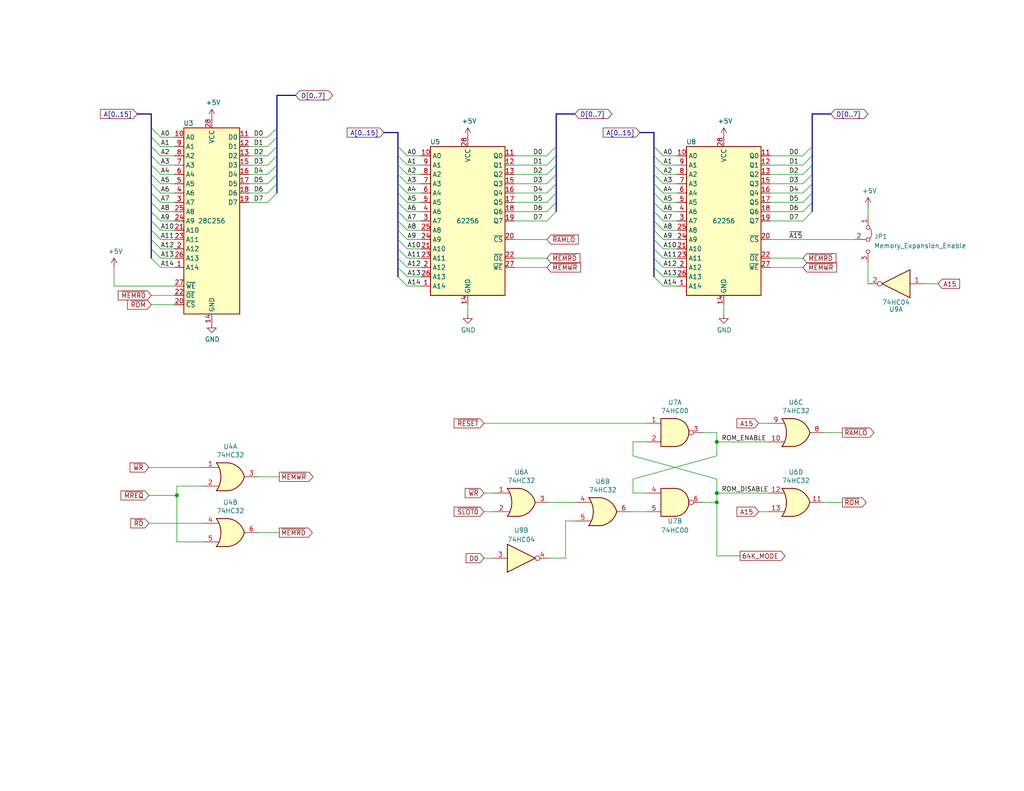
<source format=kicad_sch>
(kicad_sch (version 20230121) (generator eeschema)
  (paper "A")
  (title_block (date "2023-06-06") (rev "C"))
  (lib_symbols
    (symbol "74xx:74HC04"
      (property "Reference" "U" (at 0 1.27 0))
      (property "Value" "74HC04" (at 0 -1.27 0))
      (symbol "74HC04_1_0"
        (polyline (pts (xy -3.81 3.81) (xy -3.81 -3.81) (xy 3.81 0) (xy -3.81 3.81)) (stroke (width 0.254)) (fill (type background)))
        (pin input line (at -7.62 0 0) (length 3.81) (name "~") (number "1"))
        (pin output inverted (at 7.62 0 180) (length 3.81) (name "~") (number "2"))
      )
      (symbol "74HC04_2_0"
        (polyline (pts (xy -3.81 3.81) (xy -3.81 -3.81) (xy 3.81 0) (xy -3.81 3.81)) (stroke (width 0.254)) (fill (type background)))
        (pin input line (at -7.62 0 0) (length 3.81) (name "~") (number "3"))
        (pin output inverted (at 7.62 0 180) (length 3.81) (name "~") (number "4"))
      )
      (symbol "74HC04_3_0"
        (polyline (pts (xy -3.81 3.81) (xy -3.81 -3.81) (xy 3.81 0) (xy -3.81 3.81)) (stroke (width 0.254)) (fill (type background)))
        (pin input line (at -7.62 0 0) (length 3.81) (name "~") (number "5"))
        (pin output inverted (at 7.62 0 180) (length 3.81) (name "~") (number "6"))
      )
      (symbol "74HC04_4_0"
        (polyline (pts (xy -3.81 3.81) (xy -3.81 -3.81) (xy 3.81 0) (xy -3.81 3.81)) (stroke (width 0.254)) (fill (type background)))
        (pin output inverted (at 7.62 0 180) (length 3.81) (name "~") (number "8"))
        (pin input line (at -7.62 0 0) (length 3.81) (name "~") (number "9"))
      )
      (symbol "74HC04_5_0"
        (polyline (pts (xy -3.81 3.81) (xy -3.81 -3.81) (xy 3.81 0) (xy -3.81 3.81)) (stroke (width 0.254)) (fill (type background)))
        (pin output inverted (at 7.62 0 180) (length 3.81) (name "~") (number "10"))
        (pin input line (at -7.62 0 0) (length 3.81) (name "~") (number "11"))
      )
      (symbol "74HC04_6_0"
        (polyline (pts (xy -3.81 3.81) (xy -3.81 -3.81) (xy 3.81 0) (xy -3.81 3.81)) (stroke (width 0.254)) (fill (type background)))
        (pin output inverted (at 7.62 0 180) (length 3.81) (name "~") (number "12"))
        (pin input line (at -7.62 0 0) (length 3.81) (name "~") (number "13"))
      )
      (symbol "74HC04_7_0"
        (pin power_in line (at 0 12.7 270) (length 5.08) (name "VCC") (number "14"))
        (pin power_in line (at 0 -12.7 90) (length 5.08) (name "GND") (number "7"))
      )
      (symbol "74HC04_7_1"
        (rectangle (start -5.08 7.62) (end 5.08 -7.62) (stroke (width 0.254)) (fill (type background)))
      )
    )
    (symbol "74xx:74LS00" (pin_names (offset 1.016))
      (property "Reference" "U" (at 0 1.27 0))
      (property "Value" "74LS00" (at 0 -1.27 0))
      (symbol "74LS00_1_1"
        (arc (start 0 -3.81) (mid 3.7934 0) (end 0 3.81) (stroke (width 0.254)) (fill (type background)))
        (polyline (pts (xy 0 3.81) (xy -3.81 3.81) (xy -3.81 -3.81) (xy 0 -3.81)) (stroke (width 0.254)) (fill (type background)))
        (pin input line (at -7.62 2.54 0) (length 3.81) (name "~") (number "1"))
        (pin input line (at -7.62 -2.54 0) (length 3.81) (name "~") (number "2"))
        (pin output inverted (at 7.62 0 180) (length 3.81) (name "~") (number "3"))
      )
      (symbol "74LS00_1_2"
        (arc (start -3.81 -3.81) (mid -2.589 0) (end -3.81 3.81) (stroke (width 0.254)))
        (arc (start -0.6096 -3.81) (mid 2.1842 -2.5851) (end 3.81 0) (stroke (width 0.254)) (fill (type background)))
        (polyline (pts (xy -3.81 -3.81) (xy -0.635 -3.81)) (stroke (width 0.254)) (fill (type background)))
        (polyline (pts (xy -3.81 3.81) (xy -0.635 3.81)) (stroke (width 0.254)) (fill (type background)))
        (polyline (pts (xy -0.635 3.81) (xy -3.81 3.81) (xy -3.81 3.81) (xy -3.556 3.4036) (xy -3.0226 2.2606) (xy -2.6924 1.0414) (xy -2.6162 -0.254) (xy -2.7686 -1.4986) (xy -3.175 -2.7178) (xy -3.81 -3.81) (xy -3.81 -3.81) (xy -0.635 -3.81)) (stroke (width -25.4)) (fill (type background)))
        (arc (start 3.81 0) (mid 2.1915 2.5936) (end -0.6096 3.81) (stroke (width 0.254)) (fill (type background)))
        (pin input inverted (at -7.62 2.54 0) (length 4.318) (name "~") (number "1"))
        (pin input inverted (at -7.62 -2.54 0) (length 4.318) (name "~") (number "2"))
        (pin output line (at 7.62 0 180) (length 3.81) (name "~") (number "3"))
      )
      (symbol "74LS00_2_1"
        (arc (start 0 -3.81) (mid 3.7934 0) (end 0 3.81) (stroke (width 0.254)) (fill (type background)))
        (polyline (pts (xy 0 3.81) (xy -3.81 3.81) (xy -3.81 -3.81) (xy 0 -3.81)) (stroke (width 0.254)) (fill (type background)))
        (pin input line (at -7.62 2.54 0) (length 3.81) (name "~") (number "4"))
        (pin input line (at -7.62 -2.54 0) (length 3.81) (name "~") (number "5"))
        (pin output inverted (at 7.62 0 180) (length 3.81) (name "~") (number "6"))
      )
      (symbol "74LS00_2_2"
        (arc (start -3.81 -3.81) (mid -2.589 0) (end -3.81 3.81) (stroke (width 0.254)))
        (arc (start -0.6096 -3.81) (mid 2.1842 -2.5851) (end 3.81 0) (stroke (width 0.254)) (fill (type background)))
        (polyline (pts (xy -3.81 -3.81) (xy -0.635 -3.81)) (stroke (width 0.254)) (fill (type background)))
        (polyline (pts (xy -3.81 3.81) (xy -0.635 3.81)) (stroke (width 0.254)) (fill (type background)))
        (polyline (pts (xy -0.635 3.81) (xy -3.81 3.81) (xy -3.81 3.81) (xy -3.556 3.4036) (xy -3.0226 2.2606) (xy -2.6924 1.0414) (xy -2.6162 -0.254) (xy -2.7686 -1.4986) (xy -3.175 -2.7178) (xy -3.81 -3.81) (xy -3.81 -3.81) (xy -0.635 -3.81)) (stroke (width -25.4)) (fill (type background)))
        (arc (start 3.81 0) (mid 2.1915 2.5936) (end -0.6096 3.81) (stroke (width 0.254)) (fill (type background)))
        (pin input inverted (at -7.62 2.54 0) (length 4.318) (name "~") (number "4"))
        (pin input inverted (at -7.62 -2.54 0) (length 4.318) (name "~") (number "5"))
        (pin output line (at 7.62 0 180) (length 3.81) (name "~") (number "6"))
      )
      (symbol "74LS00_3_1"
        (arc (start 0 -3.81) (mid 3.7934 0) (end 0 3.81) (stroke (width 0.254)) (fill (type background)))
        (polyline (pts (xy 0 3.81) (xy -3.81 3.81) (xy -3.81 -3.81) (xy 0 -3.81)) (stroke (width 0.254)) (fill (type background)))
        (pin input line (at -7.62 -2.54 0) (length 3.81) (name "~") (number "10"))
        (pin output inverted (at 7.62 0 180) (length 3.81) (name "~") (number "8"))
        (pin input line (at -7.62 2.54 0) (length 3.81) (name "~") (number "9"))
      )
      (symbol "74LS00_3_2"
        (arc (start -3.81 -3.81) (mid -2.589 0) (end -3.81 3.81) (stroke (width 0.254)))
        (arc (start -0.6096 -3.81) (mid 2.1842 -2.5851) (end 3.81 0) (stroke (width 0.254)) (fill (type background)))
        (polyline (pts (xy -3.81 -3.81) (xy -0.635 -3.81)) (stroke (width 0.254)) (fill (type background)))
        (polyline (pts (xy -3.81 3.81) (xy -0.635 3.81)) (stroke (width 0.254)) (fill (type background)))
        (polyline (pts (xy -0.635 3.81) (xy -3.81 3.81) (xy -3.81 3.81) (xy -3.556 3.4036) (xy -3.0226 2.2606) (xy -2.6924 1.0414) (xy -2.6162 -0.254) (xy -2.7686 -1.4986) (xy -3.175 -2.7178) (xy -3.81 -3.81) (xy -3.81 -3.81) (xy -0.635 -3.81)) (stroke (width -25.4)) (fill (type background)))
        (arc (start 3.81 0) (mid 2.1915 2.5936) (end -0.6096 3.81) (stroke (width 0.254)) (fill (type background)))
        (pin input inverted (at -7.62 -2.54 0) (length 4.318) (name "~") (number "10"))
        (pin output line (at 7.62 0 180) (length 3.81) (name "~") (number "8"))
        (pin input inverted (at -7.62 2.54 0) (length 4.318) (name "~") (number "9"))
      )
      (symbol "74LS00_4_1"
        (arc (start 0 -3.81) (mid 3.7934 0) (end 0 3.81) (stroke (width 0.254)) (fill (type background)))
        (polyline (pts (xy 0 3.81) (xy -3.81 3.81) (xy -3.81 -3.81) (xy 0 -3.81)) (stroke (width 0.254)) (fill (type background)))
        (pin output inverted (at 7.62 0 180) (length 3.81) (name "~") (number "11"))
        (pin input line (at -7.62 2.54 0) (length 3.81) (name "~") (number "12"))
        (pin input line (at -7.62 -2.54 0) (length 3.81) (name "~") (number "13"))
      )
      (symbol "74LS00_4_2"
        (arc (start -3.81 -3.81) (mid -2.589 0) (end -3.81 3.81) (stroke (width 0.254)))
        (arc (start -0.6096 -3.81) (mid 2.1842 -2.5851) (end 3.81 0) (stroke (width 0.254)) (fill (type background)))
        (polyline (pts (xy -3.81 -3.81) (xy -0.635 -3.81)) (stroke (width 0.254)) (fill (type background)))
        (polyline (pts (xy -3.81 3.81) (xy -0.635 3.81)) (stroke (width 0.254)) (fill (type background)))
        (polyline (pts (xy -0.635 3.81) (xy -3.81 3.81) (xy -3.81 3.81) (xy -3.556 3.4036) (xy -3.0226 2.2606) (xy -2.6924 1.0414) (xy -2.6162 -0.254) (xy -2.7686 -1.4986) (xy -3.175 -2.7178) (xy -3.81 -3.81) (xy -3.81 -3.81) (xy -0.635 -3.81)) (stroke (width -25.4)) (fill (type background)))
        (arc (start 3.81 0) (mid 2.1915 2.5936) (end -0.6096 3.81) (stroke (width 0.254)) (fill (type background)))
        (pin output line (at 7.62 0 180) (length 3.81) (name "~") (number "11"))
        (pin input inverted (at -7.62 2.54 0) (length 4.318) (name "~") (number "12"))
        (pin input inverted (at -7.62 -2.54 0) (length 4.318) (name "~") (number "13"))
      )
      (symbol "74LS00_5_0"
        (pin power_in line (at 0 12.7 270) (length 5.08) (name "VCC") (number "14"))
        (pin power_in line (at 0 -12.7 90) (length 5.08) (name "GND") (number "7"))
      )
      (symbol "74LS00_5_1"
        (rectangle (start -5.08 7.62) (end 5.08 -7.62) (stroke (width 0.254)) (fill (type background)))
      )
    )
    (symbol "74xx:74LS32" (pin_names (offset 1.016))
      (property "Reference" "U" (at 0 1.27 0))
      (property "Value" "74LS32" (at 0 -1.27 0))
      (symbol "74LS32_1_1"
        (arc (start -3.81 -3.81) (mid -2.589 0) (end -3.81 3.81) (stroke (width 0.254)))
        (arc (start -0.6096 -3.81) (mid 2.1842 -2.5851) (end 3.81 0) (stroke (width 0.254)) (fill (type background)))
        (polyline (pts (xy -3.81 -3.81) (xy -0.635 -3.81)) (stroke (width 0.254)) (fill (type background)))
        (polyline (pts (xy -3.81 3.81) (xy -0.635 3.81)) (stroke (width 0.254)) (fill (type background)))
        (polyline (pts (xy -0.635 3.81) (xy -3.81 3.81) (xy -3.81 3.81) (xy -3.556 3.4036) (xy -3.0226 2.2606) (xy -2.6924 1.0414) (xy -2.6162 -0.254) (xy -2.7686 -1.4986) (xy -3.175 -2.7178) (xy -3.81 -3.81) (xy -3.81 -3.81) (xy -0.635 -3.81)) (stroke (width -25.4)) (fill (type background)))
        (arc (start 3.81 0) (mid 2.1915 2.5936) (end -0.6096 3.81) (stroke (width 0.254)) (fill (type background)))
        (pin input line (at -7.62 2.54 0) (length 4.318) (name "~") (number "1"))
        (pin input line (at -7.62 -2.54 0) (length 4.318) (name "~") (number "2"))
        (pin output line (at 7.62 0 180) (length 3.81) (name "~") (number "3"))
      )
      (symbol "74LS32_1_2"
        (arc (start 0 -3.81) (mid 3.7934 0) (end 0 3.81) (stroke (width 0.254)) (fill (type background)))
        (polyline (pts (xy 0 3.81) (xy -3.81 3.81) (xy -3.81 -3.81) (xy 0 -3.81)) (stroke (width 0.254)) (fill (type background)))
        (pin input inverted (at -7.62 2.54 0) (length 3.81) (name "~") (number "1"))
        (pin input inverted (at -7.62 -2.54 0) (length 3.81) (name "~") (number "2"))
        (pin output inverted (at 7.62 0 180) (length 3.81) (name "~") (number "3"))
      )
      (symbol "74LS32_2_1"
        (arc (start -3.81 -3.81) (mid -2.589 0) (end -3.81 3.81) (stroke (width 0.254)))
        (arc (start -0.6096 -3.81) (mid 2.1842 -2.5851) (end 3.81 0) (stroke (width 0.254)) (fill (type background)))
        (polyline (pts (xy -3.81 -3.81) (xy -0.635 -3.81)) (stroke (width 0.254)) (fill (type background)))
        (polyline (pts (xy -3.81 3.81) (xy -0.635 3.81)) (stroke (width 0.254)) (fill (type background)))
        (polyline (pts (xy -0.635 3.81) (xy -3.81 3.81) (xy -3.81 3.81) (xy -3.556 3.4036) (xy -3.0226 2.2606) (xy -2.6924 1.0414) (xy -2.6162 -0.254) (xy -2.7686 -1.4986) (xy -3.175 -2.7178) (xy -3.81 -3.81) (xy -3.81 -3.81) (xy -0.635 -3.81)) (stroke (width -25.4)) (fill (type background)))
        (arc (start 3.81 0) (mid 2.1915 2.5936) (end -0.6096 3.81) (stroke (width 0.254)) (fill (type background)))
        (pin input line (at -7.62 2.54 0) (length 4.318) (name "~") (number "4"))
        (pin input line (at -7.62 -2.54 0) (length 4.318) (name "~") (number "5"))
        (pin output line (at 7.62 0 180) (length 3.81) (name "~") (number "6"))
      )
      (symbol "74LS32_2_2"
        (arc (start 0 -3.81) (mid 3.7934 0) (end 0 3.81) (stroke (width 0.254)) (fill (type background)))
        (polyline (pts (xy 0 3.81) (xy -3.81 3.81) (xy -3.81 -3.81) (xy 0 -3.81)) (stroke (width 0.254)) (fill (type background)))
        (pin input inverted (at -7.62 2.54 0) (length 3.81) (name "~") (number "4"))
        (pin input inverted (at -7.62 -2.54 0) (length 3.81) (name "~") (number "5"))
        (pin output inverted (at 7.62 0 180) (length 3.81) (name "~") (number "6"))
      )
      (symbol "74LS32_3_1"
        (arc (start -3.81 -3.81) (mid -2.589 0) (end -3.81 3.81) (stroke (width 0.254)))
        (arc (start -0.6096 -3.81) (mid 2.1842 -2.5851) (end 3.81 0) (stroke (width 0.254)) (fill (type background)))
        (polyline (pts (xy -3.81 -3.81) (xy -0.635 -3.81)) (stroke (width 0.254)) (fill (type background)))
        (polyline (pts (xy -3.81 3.81) (xy -0.635 3.81)) (stroke (width 0.254)) (fill (type background)))
        (polyline (pts (xy -0.635 3.81) (xy -3.81 3.81) (xy -3.81 3.81) (xy -3.556 3.4036) (xy -3.0226 2.2606) (xy -2.6924 1.0414) (xy -2.6162 -0.254) (xy -2.7686 -1.4986) (xy -3.175 -2.7178) (xy -3.81 -3.81) (xy -3.81 -3.81) (xy -0.635 -3.81)) (stroke (width -25.4)) (fill (type background)))
        (arc (start 3.81 0) (mid 2.1915 2.5936) (end -0.6096 3.81) (stroke (width 0.254)) (fill (type background)))
        (pin input line (at -7.62 -2.54 0) (length 4.318) (name "~") (number "10"))
        (pin output line (at 7.62 0 180) (length 3.81) (name "~") (number "8"))
        (pin input line (at -7.62 2.54 0) (length 4.318) (name "~") (number "9"))
      )
      (symbol "74LS32_3_2"
        (arc (start 0 -3.81) (mid 3.7934 0) (end 0 3.81) (stroke (width 0.254)) (fill (type background)))
        (polyline (pts (xy 0 3.81) (xy -3.81 3.81) (xy -3.81 -3.81) (xy 0 -3.81)) (stroke (width 0.254)) (fill (type background)))
        (pin input inverted (at -7.62 -2.54 0) (length 3.81) (name "~") (number "10"))
        (pin output inverted (at 7.62 0 180) (length 3.81) (name "~") (number "8"))
        (pin input inverted (at -7.62 2.54 0) (length 3.81) (name "~") (number "9"))
      )
      (symbol "74LS32_4_1"
        (arc (start -3.81 -3.81) (mid -2.589 0) (end -3.81 3.81) (stroke (width 0.254)))
        (arc (start -0.6096 -3.81) (mid 2.1842 -2.5851) (end 3.81 0) (stroke (width 0.254)) (fill (type background)))
        (polyline (pts (xy -3.81 -3.81) (xy -0.635 -3.81)) (stroke (width 0.254)) (fill (type background)))
        (polyline (pts (xy -3.81 3.81) (xy -0.635 3.81)) (stroke (width 0.254)) (fill (type background)))
        (polyline (pts (xy -0.635 3.81) (xy -3.81 3.81) (xy -3.81 3.81) (xy -3.556 3.4036) (xy -3.0226 2.2606) (xy -2.6924 1.0414) (xy -2.6162 -0.254) (xy -2.7686 -1.4986) (xy -3.175 -2.7178) (xy -3.81 -3.81) (xy -3.81 -3.81) (xy -0.635 -3.81)) (stroke (width -25.4)) (fill (type background)))
        (arc (start 3.81 0) (mid 2.1915 2.5936) (end -0.6096 3.81) (stroke (width 0.254)) (fill (type background)))
        (pin output line (at 7.62 0 180) (length 3.81) (name "~") (number "11"))
        (pin input line (at -7.62 2.54 0) (length 4.318) (name "~") (number "12"))
        (pin input line (at -7.62 -2.54 0) (length 4.318) (name "~") (number "13"))
      )
      (symbol "74LS32_4_2"
        (arc (start 0 -3.81) (mid 3.7934 0) (end 0 3.81) (stroke (width 0.254)) (fill (type background)))
        (polyline (pts (xy 0 3.81) (xy -3.81 3.81) (xy -3.81 -3.81) (xy 0 -3.81)) (stroke (width 0.254)) (fill (type background)))
        (pin output inverted (at 7.62 0 180) (length 3.81) (name "~") (number "11"))
        (pin input inverted (at -7.62 2.54 0) (length 3.81) (name "~") (number "12"))
        (pin input inverted (at -7.62 -2.54 0) (length 3.81) (name "~") (number "13"))
      )
      (symbol "74LS32_5_0"
        (pin power_in line (at 0 12.7 270) (length 5.08) (name "VCC") (number "14"))
        (pin power_in line (at 0 -12.7 90) (length 5.08) (name "GND") (number "7"))
      )
      (symbol "74LS32_5_1"
        (rectangle (start -5.08 7.62) (end 5.08 -7.62) (stroke (width 0.254)) (fill (type background)))
      )
    )
    (symbol "Jumper:Jumper_3_Bridged12" (pin_names (offset 0) hide)
      (property "Reference" "JP" (at -2.54 -2.54 0))
      (property "Value" "Jumper_3_Bridged12" (at 0 2.794 0))
      (symbol "Jumper_3_Bridged12_0_0"
        (circle (center -3.302 0) (radius 0.508))
        (circle (center 0 0) (radius 0.508))
        (circle (center 3.302 0) (radius 0.508))
      )
      (symbol "Jumper_3_Bridged12_0_1"
        (arc (start -0.254 0.508) (mid -1.651 0.9912) (end -3.048 0.508))
        (polyline (pts (xy 0 -1.27) (xy 0 -0.508)))
      )
      (symbol "Jumper_3_Bridged12_1_1"
        (pin passive line (at -6.35 0 0) (length 2.54) (name "A") (number "1"))
        (pin passive line (at 0 -3.81 90) (length 2.54) (name "C") (number "2"))
        (pin passive line (at 6.35 0 180) (length 2.54) (name "B") (number "3"))
      )
    )
    (symbol "Memory_EEPROM:28C256"
      (property "Reference" "U" (at -7.62 26.67 0))
      (property "Value" "28C256" (at 2.54 -26.67 0))
      (symbol "28C256_1_1"
        (rectangle (start -7.62 25.4) (end 7.62 -25.4) (stroke (width 0.254)) (fill (type background)))
        (pin input line (at -10.16 -12.7 0) (length 2.54) (name "A14") (number "1"))
        (pin input line (at -10.16 22.86 0) (length 2.54) (name "A0") (number "10"))
        (pin tri_state line (at 10.16 22.86 180) (length 2.54) (name "D0") (number "11"))
        (pin tri_state line (at 10.16 20.32 180) (length 2.54) (name "D1") (number "12"))
        (pin tri_state line (at 10.16 17.78 180) (length 2.54) (name "D2") (number "13"))
        (pin power_in line (at 0 -27.94 90) (length 2.54) (name "GND") (number "14"))
        (pin tri_state line (at 10.16 15.24 180) (length 2.54) (name "D3") (number "15"))
        (pin tri_state line (at 10.16 12.7 180) (length 2.54) (name "D4") (number "16"))
        (pin tri_state line (at 10.16 10.16 180) (length 2.54) (name "D5") (number "17"))
        (pin tri_state line (at 10.16 7.62 180) (length 2.54) (name "D6") (number "18"))
        (pin tri_state line (at 10.16 5.08 180) (length 2.54) (name "D7") (number "19"))
        (pin input line (at -10.16 -7.62 0) (length 2.54) (name "A12") (number "2"))
        (pin input line (at -10.16 -22.86 0) (length 2.54) (name "~{CS}") (number "20"))
        (pin input line (at -10.16 -2.54 0) (length 2.54) (name "A10") (number "21"))
        (pin input line (at -10.16 -20.32 0) (length 2.54) (name "~{OE}") (number "22"))
        (pin input line (at -10.16 -5.08 0) (length 2.54) (name "A11") (number "23"))
        (pin input line (at -10.16 0 0) (length 2.54) (name "A9") (number "24"))
        (pin input line (at -10.16 2.54 0) (length 2.54) (name "A8") (number "25"))
        (pin input line (at -10.16 -10.16 0) (length 2.54) (name "A13") (number "26"))
        (pin input line (at -10.16 -17.78 0) (length 2.54) (name "~{WE}") (number "27"))
        (pin power_in line (at 0 27.94 270) (length 2.54) (name "VCC") (number "28"))
        (pin input line (at -10.16 5.08 0) (length 2.54) (name "A7") (number "3"))
        (pin input line (at -10.16 7.62 0) (length 2.54) (name "A6") (number "4"))
        (pin input line (at -10.16 10.16 0) (length 2.54) (name "A5") (number "5"))
        (pin input line (at -10.16 12.7 0) (length 2.54) (name "A4") (number "6"))
        (pin input line (at -10.16 15.24 0) (length 2.54) (name "A3") (number "7"))
        (pin input line (at -10.16 17.78 0) (length 2.54) (name "A2") (number "8"))
        (pin input line (at -10.16 20.32 0) (length 2.54) (name "A1") (number "9"))
      )
    )
    (symbol "Memory_RAM:KM62256CLP"
      (property "Reference" "U" (at -10.16 20.955 0))
      (property "Value" "KM62256CLP" (at 2.54 20.955 0))
      (symbol "KM62256CLP_0_0"
        (pin power_in line (at 0 -22.86 90) (length 2.54) (name "GND") (number "14"))
        (pin power_in line (at 0 22.86 270) (length 2.54) (name "VCC") (number "28"))
      )
      (symbol "KM62256CLP_0_1"
        (rectangle (start -10.16 20.32) (end 10.16 -20.32) (stroke (width 0.254)) (fill (type background)))
      )
      (symbol "KM62256CLP_1_1"
        (pin input line (at -12.7 -17.78 0) (length 2.54) (name "A14") (number "1"))
        (pin input line (at -12.7 17.78 0) (length 2.54) (name "A0") (number "10"))
        (pin tri_state line (at 12.7 17.78 180) (length 2.54) (name "Q0") (number "11"))
        (pin tri_state line (at 12.7 15.24 180) (length 2.54) (name "Q1") (number "12"))
        (pin tri_state line (at 12.7 12.7 180) (length 2.54) (name "Q2") (number "13"))
        (pin tri_state line (at 12.7 10.16 180) (length 2.54) (name "Q3") (number "15"))
        (pin tri_state line (at 12.7 7.62 180) (length 2.54) (name "Q4") (number "16"))
        (pin tri_state line (at 12.7 5.08 180) (length 2.54) (name "Q5") (number "17"))
        (pin tri_state line (at 12.7 2.54 180) (length 2.54) (name "Q6") (number "18"))
        (pin tri_state line (at 12.7 0 180) (length 2.54) (name "Q7") (number "19"))
        (pin input line (at -12.7 -12.7 0) (length 2.54) (name "A12") (number "2"))
        (pin input line (at 12.7 -5.08 180) (length 2.54) (name "~{CS}") (number "20"))
        (pin input line (at -12.7 -7.62 0) (length 2.54) (name "A10") (number "21"))
        (pin input line (at 12.7 -10.16 180) (length 2.54) (name "~{OE}") (number "22"))
        (pin input line (at -12.7 -10.16 0) (length 2.54) (name "A11") (number "23"))
        (pin input line (at -12.7 -5.08 0) (length 2.54) (name "A9") (number "24"))
        (pin input line (at -12.7 -2.54 0) (length 2.54) (name "A8") (number "25"))
        (pin input line (at -12.7 -15.24 0) (length 2.54) (name "A13") (number "26"))
        (pin input line (at 12.7 -12.7 180) (length 2.54) (name "~{WE}") (number "27"))
        (pin input line (at -12.7 0 0) (length 2.54) (name "A7") (number "3"))
        (pin input line (at -12.7 2.54 0) (length 2.54) (name "A6") (number "4"))
        (pin input line (at -12.7 5.08 0) (length 2.54) (name "A5") (number "5"))
        (pin input line (at -12.7 7.62 0) (length 2.54) (name "A4") (number "6"))
        (pin input line (at -12.7 10.16 0) (length 2.54) (name "A3") (number "7"))
        (pin input line (at -12.7 12.7 0) (length 2.54) (name "A2") (number "8"))
        (pin input line (at -12.7 15.24 0) (length 2.54) (name "A1") (number "9"))
      )
    )
    (symbol "power:+5V" (power) (pin_names (offset 0))
      (property "Value" "+5V" (at 0 3.556 0))
      (symbol "+5V_0_1"
        (polyline (pts (xy -0.762 1.27) (xy 0 2.54)))
        (polyline (pts (xy 0 0) (xy 0 2.54)))
        (polyline (pts (xy 0 2.54) (xy 0.762 1.27)))
      )
      (symbol "+5V_1_1"
        (pin power_in line (at 0 0 90) (length 0) hide (name "+5V") (number "1"))
      )
    )
    (symbol "power:GND" (power) (pin_names (offset 0))
      (property "Value" "GND" (at 0 -3.81 0))
      (symbol "GND_0_1"
        (polyline (pts (xy 0 0) (xy 0 -1.27) (xy 1.27 -1.27) (xy 0 -2.54) (xy -1.27 -1.27) (xy 0 -1.27)))
      )
      (symbol "GND_1_1"
        (pin power_in line (at 0 0 270) (length 0) hide (name "GND") (number "1"))
      )
    )
  )
  (junction (at 195.58 120.65))
  (junction (at 48.26 135.255))
  (junction (at 195.58 137.16))
  (junction (at 195.58 134.62))
  (bus_entry (at 151.765 57.785) (size -2.54 2.54))
  (bus_entry (at 178.435 75.565) (size 2.54 2.54))
  (bus_entry (at 41.275 50.165) (size 2.54 2.54))
  (bus_entry (at 108.585 57.785) (size 2.54 2.54))
  (bus_entry (at 178.435 52.705) (size 2.54 2.54))
  (bus_entry (at 221.615 50.165) (size -2.54 2.54))
  (bus_entry (at 41.275 67.945) (size 2.54 2.54))
  (bus_entry (at 75.565 50.165) (size -2.54 2.54))
  (bus_entry (at 108.585 65.405) (size 2.54 2.54))
  (bus_entry (at 151.765 50.165) (size -2.54 2.54))
  (bus_entry (at 108.585 40.005) (size 2.54 2.54))
  (bus_entry (at 108.585 62.865) (size 2.54 2.54))
  (bus_entry (at 108.585 67.945) (size 2.54 2.54))
  (bus_entry (at 75.565 40.005) (size -2.54 2.54))
  (bus_entry (at 178.435 45.085) (size 2.54 2.54))
  (bus_entry (at 75.565 42.545) (size -2.54 2.54))
  (bus_entry (at 41.275 52.705) (size 2.54 2.54))
  (bus_entry (at 151.765 52.705) (size -2.54 2.54))
  (bus_entry (at 151.765 40.005) (size -2.54 2.54))
  (bus_entry (at 108.585 50.165) (size 2.54 2.54))
  (bus_entry (at 178.435 62.865) (size 2.54 2.54))
  (bus_entry (at 178.435 42.545) (size 2.54 2.54))
  (bus_entry (at 108.585 70.485) (size 2.54 2.54))
  (bus_entry (at 41.275 65.405) (size 2.54 2.54))
  (bus_entry (at 75.565 52.705) (size -2.54 2.54))
  (bus_entry (at 221.615 55.245) (size -2.54 2.54))
  (bus_entry (at 178.435 55.245) (size 2.54 2.54))
  (bus_entry (at 221.615 57.785) (size -2.54 2.54))
  (bus_entry (at 41.275 34.925) (size 2.54 2.54))
  (bus_entry (at 75.565 37.465) (size -2.54 2.54))
  (bus_entry (at 41.275 45.085) (size 2.54 2.54))
  (bus_entry (at 108.585 42.545) (size 2.54 2.54))
  (bus_entry (at 108.585 55.245) (size 2.54 2.54))
  (bus_entry (at 178.435 65.405) (size 2.54 2.54))
  (bus_entry (at 151.765 42.545) (size -2.54 2.54))
  (bus_entry (at 151.765 47.625) (size -2.54 2.54))
  (bus_entry (at 41.275 42.545) (size 2.54 2.54))
  (bus_entry (at 108.585 52.705) (size 2.54 2.54))
  (bus_entry (at 221.615 47.625) (size -2.54 2.54))
  (bus_entry (at 41.275 57.785) (size 2.54 2.54))
  (bus_entry (at 221.615 52.705) (size -2.54 2.54))
  (bus_entry (at 41.275 55.245) (size 2.54 2.54))
  (bus_entry (at 178.435 60.325) (size 2.54 2.54))
  (bus_entry (at 178.435 50.165) (size 2.54 2.54))
  (bus_entry (at 108.585 60.325) (size 2.54 2.54))
  (bus_entry (at 108.585 45.085) (size 2.54 2.54))
  (bus_entry (at 41.275 40.005) (size 2.54 2.54))
  (bus_entry (at 178.435 70.485) (size 2.54 2.54))
  (bus_entry (at 41.275 70.485) (size 2.54 2.54))
  (bus_entry (at 41.275 37.465) (size 2.54 2.54))
  (bus_entry (at 108.585 47.625) (size 2.54 2.54))
  (bus_entry (at 108.585 75.565) (size 2.54 2.54))
  (bus_entry (at 75.565 45.085) (size -2.54 2.54))
  (bus_entry (at 178.435 73.025) (size 2.54 2.54))
  (bus_entry (at 108.585 73.025) (size 2.54 2.54))
  (bus_entry (at 151.765 55.245) (size -2.54 2.54))
  (bus_entry (at 75.565 34.925) (size -2.54 2.54))
  (bus_entry (at 221.615 40.005) (size -2.54 2.54))
  (bus_entry (at 151.765 45.085) (size -2.54 2.54))
  (bus_entry (at 178.435 67.945) (size 2.54 2.54))
  (bus_entry (at 75.565 47.625) (size -2.54 2.54))
  (bus_entry (at 41.275 60.325) (size 2.54 2.54))
  (bus_entry (at 178.435 47.625) (size 2.54 2.54))
  (bus_entry (at 178.435 40.005) (size 2.54 2.54))
  (bus_entry (at 41.275 47.625) (size 2.54 2.54))
  (bus_entry (at 178.435 57.785) (size 2.54 2.54))
  (bus_entry (at 41.275 62.865) (size 2.54 2.54))
  (bus_entry (at 221.615 45.085) (size -2.54 2.54))
  (bus_entry (at 221.615 42.545) (size -2.54 2.54))
  (wire (pts (xy 255.905 77.47) (xy 252.095 77.47)))
  (wire (pts (xy 210.185 57.785) (xy 219.075 57.785)))
  (wire (pts (xy 154.305 152.4) (xy 149.86 152.4)))
  (wire (pts (xy 140.335 42.545) (xy 149.225 42.545)))
  (wire (pts (xy 176.53 134.62) (xy 172.72 134.62)))
  (bus (pts (xy 108.585 65.405) (xy 108.585 67.945)))
  (wire (pts (xy 195.58 134.62) (xy 195.58 130.81)))
  (bus (pts (xy 108.585 67.945) (xy 108.585 70.485)))
  (bus (pts (xy 108.585 50.165) (xy 108.585 52.705)))
  (wire (pts (xy 40.64 127.635) (xy 55.245 127.635)))
  (bus (pts (xy 75.565 37.465) (xy 75.565 40.005)))
  (bus (pts (xy 178.435 45.085) (xy 178.435 47.625)))
  (bus (pts (xy 75.565 50.165) (xy 75.565 52.705)))
  (wire (pts (xy 184.785 60.325) (xy 180.975 60.325)))
  (bus (pts (xy 221.615 55.245) (xy 221.615 57.785)))
  (wire (pts (xy 195.58 151.765) (xy 201.93 151.765)))
  (bus (pts (xy 178.435 62.865) (xy 178.435 65.405)))
  (bus (pts (xy 151.765 42.545) (xy 151.765 45.085)))
  (wire (pts (xy 184.785 50.165) (xy 180.975 50.165)))
  (bus (pts (xy 41.275 42.545) (xy 41.275 45.085)))
  (bus (pts (xy 221.615 31.115) (xy 226.695 31.115)))
  (wire (pts (xy 224.79 118.11) (xy 229.87 118.11)))
  (wire (pts (xy 195.58 120.65) (xy 195.58 124.46)))
  (wire (pts (xy 184.785 67.945) (xy 180.975 67.945)))
  (wire (pts (xy 140.335 70.485) (xy 149.225 70.485)))
  (wire (pts (xy 184.785 70.485) (xy 180.975 70.485)))
  (wire (pts (xy 47.625 65.405) (xy 43.815 65.405)))
  (wire (pts (xy 114.935 52.705) (xy 111.125 52.705)))
  (wire (pts (xy 47.625 80.645) (xy 41.275 80.645)))
  (wire (pts (xy 140.335 45.085) (xy 149.225 45.085)))
  (wire (pts (xy 184.785 45.085) (xy 180.975 45.085)))
  (bus (pts (xy 75.565 26.035) (xy 75.565 34.925)))
  (bus (pts (xy 41.275 60.325) (xy 41.275 62.865)))
  (bus (pts (xy 178.435 60.325) (xy 178.435 62.865)))
  (bus (pts (xy 75.565 42.545) (xy 75.565 45.085)))
  (bus (pts (xy 108.585 57.785) (xy 108.585 60.325)))
  (wire (pts (xy 140.335 50.165) (xy 149.225 50.165)))
  (wire (pts (xy 210.185 60.325) (xy 219.075 60.325)))
  (wire (pts (xy 47.625 47.625) (xy 43.815 47.625)))
  (wire (pts (xy 184.785 62.865) (xy 180.975 62.865)))
  (wire (pts (xy 184.785 42.545) (xy 180.975 42.545)))
  (bus (pts (xy 108.585 36.195) (xy 108.585 40.005)))
  (wire (pts (xy 184.785 73.025) (xy 180.975 73.025)))
  (bus (pts (xy 41.275 50.165) (xy 41.275 52.705)))
  (wire (pts (xy 70.485 145.415) (xy 76.2 145.415)))
  (wire (pts (xy 210.185 73.025) (xy 219.075 73.025)))
  (bus (pts (xy 75.565 45.085) (xy 75.565 47.625)))
  (wire (pts (xy 132.08 152.4) (xy 134.62 152.4)))
  (wire (pts (xy 114.935 78.105) (xy 111.125 78.105)))
  (wire (pts (xy 195.58 124.46) (xy 172.72 130.81)))
  (bus (pts (xy 41.275 57.785) (xy 41.275 60.325)))
  (wire (pts (xy 114.935 47.625) (xy 111.125 47.625)))
  (wire (pts (xy 114.935 75.565) (xy 111.125 75.565)))
  (bus (pts (xy 108.585 55.245) (xy 108.585 57.785)))
  (wire (pts (xy 210.185 47.625) (xy 219.075 47.625)))
  (bus (pts (xy 151.765 45.085) (xy 151.765 47.625)))
  (wire (pts (xy 195.58 137.16) (xy 195.58 134.62)))
  (wire (pts (xy 236.855 77.47) (xy 236.855 71.755)))
  (wire (pts (xy 195.58 120.65) (xy 209.55 120.65)))
  (bus (pts (xy 178.435 57.785) (xy 178.435 60.325)))
  (bus (pts (xy 108.585 45.085) (xy 108.585 47.625)))
  (bus (pts (xy 75.565 47.625) (xy 75.565 50.165)))
  (wire (pts (xy 47.625 73.025) (xy 43.815 73.025)))
  (wire (pts (xy 140.335 55.245) (xy 149.225 55.245)))
  (bus (pts (xy 41.275 45.085) (xy 41.275 47.625)))
  (wire (pts (xy 140.335 52.705) (xy 149.225 52.705)))
  (bus (pts (xy 41.275 31.115) (xy 37.465 31.115)))
  (wire (pts (xy 184.785 52.705) (xy 180.975 52.705)))
  (wire (pts (xy 195.58 118.11) (xy 195.58 120.65)))
  (wire (pts (xy 191.77 118.11) (xy 195.58 118.11)))
  (wire (pts (xy 176.53 120.65) (xy 172.72 120.65)))
  (bus (pts (xy 151.765 31.115) (xy 151.765 40.005)))
  (wire (pts (xy 207.01 115.57) (xy 209.55 115.57)))
  (wire (pts (xy 67.945 42.545) (xy 73.025 42.545)))
  (bus (pts (xy 41.275 37.465) (xy 41.275 40.005)))
  (wire (pts (xy 172.085 139.7) (xy 176.53 139.7)))
  (bus (pts (xy 221.615 52.705) (xy 221.615 55.245)))
  (wire (pts (xy 236.855 56.515) (xy 236.855 59.055)))
  (wire (pts (xy 114.935 73.025) (xy 111.125 73.025)))
  (bus (pts (xy 41.275 67.945) (xy 41.275 70.485)))
  (bus (pts (xy 178.435 50.165) (xy 178.435 52.705)))
  (wire (pts (xy 114.935 62.865) (xy 111.125 62.865)))
  (bus (pts (xy 108.585 62.865) (xy 108.585 65.405)))
  (bus (pts (xy 41.275 34.925) (xy 41.275 37.465)))
  (wire (pts (xy 114.935 45.085) (xy 111.125 45.085)))
  (bus (pts (xy 151.765 55.245) (xy 151.765 57.785)))
  (wire (pts (xy 48.26 135.255) (xy 48.26 147.955)))
  (wire (pts (xy 47.625 37.465) (xy 43.815 37.465)))
  (bus (pts (xy 178.435 67.945) (xy 178.435 70.485)))
  (bus (pts (xy 151.765 40.005) (xy 151.765 42.545)))
  (bus (pts (xy 178.435 73.025) (xy 178.435 75.565)))
  (bus (pts (xy 75.565 40.005) (xy 75.565 42.545)))
  (wire (pts (xy 47.625 62.865) (xy 43.815 62.865)))
  (wire (pts (xy 172.72 134.62) (xy 172.72 130.81)))
  (bus (pts (xy 41.275 65.405) (xy 41.275 67.945)))
  (wire (pts (xy 114.935 50.165) (xy 111.125 50.165)))
  (bus (pts (xy 108.585 52.705) (xy 108.585 55.245)))
  (bus (pts (xy 41.275 62.865) (xy 41.275 65.405)))
  (wire (pts (xy 67.945 47.625) (xy 73.025 47.625)))
  (wire (pts (xy 47.625 67.945) (xy 43.815 67.945)))
  (bus (pts (xy 108.585 36.195) (xy 104.775 36.195)))
  (wire (pts (xy 67.945 55.245) (xy 73.025 55.245)))
  (wire (pts (xy 114.935 67.945) (xy 111.125 67.945)))
  (bus (pts (xy 221.615 42.545) (xy 221.615 45.085)))
  (bus (pts (xy 41.275 47.625) (xy 41.275 50.165)))
  (bus (pts (xy 75.565 26.035) (xy 80.645 26.035)))
  (bus (pts (xy 178.435 70.485) (xy 178.435 73.025)))
  (wire (pts (xy 197.485 83.185) (xy 197.485 85.725)))
  (wire (pts (xy 140.335 47.625) (xy 149.225 47.625)))
  (wire (pts (xy 184.785 65.405) (xy 180.975 65.405)))
  (bus (pts (xy 221.615 50.165) (xy 221.615 52.705)))
  (bus (pts (xy 178.435 47.625) (xy 178.435 50.165)))
  (wire (pts (xy 210.185 45.085) (xy 219.075 45.085)))
  (bus (pts (xy 178.435 42.545) (xy 178.435 45.085)))
  (bus (pts (xy 221.615 45.085) (xy 221.615 47.625)))
  (wire (pts (xy 48.26 132.715) (xy 55.245 132.715)))
  (bus (pts (xy 108.585 40.005) (xy 108.585 42.545)))
  (bus (pts (xy 108.585 47.625) (xy 108.585 50.165)))
  (wire (pts (xy 210.185 55.245) (xy 219.075 55.245)))
  (wire (pts (xy 67.945 45.085) (xy 73.025 45.085)))
  (wire (pts (xy 40.64 135.255) (xy 48.26 135.255)))
  (bus (pts (xy 41.275 40.005) (xy 41.275 42.545)))
  (wire (pts (xy 114.935 65.405) (xy 111.125 65.405)))
  (wire (pts (xy 48.26 132.715) (xy 48.26 135.255)))
  (wire (pts (xy 140.335 57.785) (xy 149.225 57.785)))
  (wire (pts (xy 67.945 50.165) (xy 73.025 50.165)))
  (wire (pts (xy 47.625 78.105) (xy 31.115 78.105)))
  (wire (pts (xy 207.01 139.7) (xy 209.55 139.7)))
  (wire (pts (xy 149.225 65.405) (xy 140.335 65.405)))
  (wire (pts (xy 154.305 142.24) (xy 156.845 142.24)))
  (bus (pts (xy 178.435 40.005) (xy 178.435 42.545)))
  (wire (pts (xy 195.58 137.16) (xy 195.58 151.765)))
  (wire (pts (xy 47.625 42.545) (xy 43.815 42.545)))
  (wire (pts (xy 47.625 40.005) (xy 43.815 40.005)))
  (bus (pts (xy 108.585 42.545) (xy 108.585 45.085)))
  (wire (pts (xy 132.08 139.7) (xy 134.62 139.7)))
  (wire (pts (xy 47.625 55.245) (xy 43.815 55.245)))
  (wire (pts (xy 224.79 137.16) (xy 229.87 137.16)))
  (bus (pts (xy 151.765 52.705) (xy 151.765 55.245)))
  (wire (pts (xy 140.335 60.325) (xy 149.225 60.325)))
  (wire (pts (xy 191.77 137.16) (xy 195.58 137.16)))
  (bus (pts (xy 108.585 70.485) (xy 108.585 73.025)))
  (wire (pts (xy 47.625 57.785) (xy 43.815 57.785)))
  (wire (pts (xy 210.185 70.485) (xy 219.075 70.485)))
  (bus (pts (xy 221.615 40.005) (xy 221.615 42.545)))
  (wire (pts (xy 172.72 124.46) (xy 195.58 130.81)))
  (wire (pts (xy 67.945 37.465) (xy 73.025 37.465)))
  (bus (pts (xy 151.765 50.165) (xy 151.765 52.705)))
  (wire (pts (xy 184.785 75.565) (xy 180.975 75.565)))
  (wire (pts (xy 31.115 73.025) (xy 31.115 78.105)))
  (bus (pts (xy 221.615 47.625) (xy 221.615 50.165)))
  (bus (pts (xy 151.765 31.115) (xy 156.845 31.115)))
  (wire (pts (xy 210.185 42.545) (xy 219.075 42.545)))
  (bus (pts (xy 41.275 55.245) (xy 41.275 57.785)))
  (wire (pts (xy 184.785 57.785) (xy 180.975 57.785)))
  (wire (pts (xy 47.625 52.705) (xy 43.815 52.705)))
  (wire (pts (xy 114.935 55.245) (xy 111.125 55.245)))
  (wire (pts (xy 47.625 70.485) (xy 43.815 70.485)))
  (bus (pts (xy 108.585 60.325) (xy 108.585 62.865)))
  (wire (pts (xy 40.64 142.875) (xy 55.245 142.875)))
  (wire (pts (xy 154.305 142.24) (xy 154.305 152.4)))
  (wire (pts (xy 114.935 60.325) (xy 111.125 60.325)))
  (wire (pts (xy 41.275 83.185) (xy 47.625 83.185)))
  (wire (pts (xy 184.785 78.105) (xy 180.975 78.105)))
  (wire (pts (xy 67.945 52.705) (xy 73.025 52.705)))
  (wire (pts (xy 132.08 134.62) (xy 134.62 134.62)))
  (wire (pts (xy 70.485 130.175) (xy 76.2 130.175)))
  (wire (pts (xy 210.185 52.705) (xy 219.075 52.705)))
  (bus (pts (xy 151.765 47.625) (xy 151.765 50.165)))
  (bus (pts (xy 178.435 36.195) (xy 178.435 40.005)))
  (wire (pts (xy 114.935 42.545) (xy 111.125 42.545)))
  (bus (pts (xy 178.435 65.405) (xy 178.435 67.945)))
  (bus (pts (xy 41.275 31.115) (xy 41.275 34.925)))
  (wire (pts (xy 172.72 120.65) (xy 172.72 124.46)))
  (bus (pts (xy 178.435 36.195) (xy 174.625 36.195)))
  (wire (pts (xy 47.625 60.325) (xy 43.815 60.325)))
  (wire (pts (xy 47.625 50.165) (xy 43.815 50.165)))
  (wire (pts (xy 114.935 70.485) (xy 111.125 70.485)))
  (wire (pts (xy 127.635 83.185) (xy 127.635 85.725)))
  (wire (pts (xy 209.55 134.62) (xy 195.58 134.62)))
  (wire (pts (xy 48.26 147.955) (xy 55.245 147.955)))
  (wire (pts (xy 210.185 50.165) (xy 219.075 50.165)))
  (bus (pts (xy 178.435 52.705) (xy 178.435 55.245)))
  (wire (pts (xy 184.785 55.245) (xy 180.975 55.245)))
  (wire (pts (xy 114.935 57.785) (xy 111.125 57.785)))
  (bus (pts (xy 178.435 55.245) (xy 178.435 57.785)))
  (bus (pts (xy 108.585 73.025) (xy 108.585 75.565)))
  (bus (pts (xy 221.615 31.115) (xy 221.615 40.005)))
  (bus (pts (xy 75.565 34.925) (xy 75.565 37.465)))
  (wire (pts (xy 184.785 47.625) (xy 180.975 47.625)))
  (bus (pts (xy 41.275 52.705) (xy 41.275 55.245)))
  (wire (pts (xy 132.08 115.57) (xy 176.53 115.57)))
  (wire (pts (xy 47.625 45.085) (xy 43.815 45.085)))
  (wire (pts (xy 149.86 137.16) (xy 156.845 137.16)))
  (wire (pts (xy 67.945 40.005) (xy 73.025 40.005)))
  (wire (pts (xy 140.335 73.025) (xy 149.225 73.025)))
  (wire (pts (xy 210.185 65.405) (xy 233.045 65.405)))
  (label "ROM_ENABLE" (at 196.85 120.65 0))
  (label "D5" (at 69.215 50.165 0))
  (label "A2" (at 111.125 47.625 0))
  (label "A7" (at 111.125 60.325 0))
  (label "A1" (at 43.815 40.005 0))
  (label "D5" (at 145.415 55.245 0))
  (label "A1" (at 111.125 45.085 0))
  (label "A11" (at 180.975 70.485 0))
  (label "D5" (at 215.265 55.245 0))
  (label "D3" (at 69.215 45.085 0))
  (label "D7" (at 69.215 55.245 0))
  (label "D2" (at 145.415 47.625 0))
  (label "D6" (at 215.265 57.785 0))
  (label "A13" (at 43.815 70.485 0))
  (label "D4" (at 69.215 47.625 0))
  (label "A13" (at 180.975 75.565 0))
  (label "A4" (at 43.815 47.625 0))
  (label "A9" (at 180.975 65.405 0))
  (label "A4" (at 180.975 52.705 0))
  (label "A11" (at 43.815 65.405 0))
  (label "A6" (at 180.975 57.785 0))
  (label "A8" (at 180.975 62.865 0))
  (label "A5" (at 43.815 50.165 0))
  (label "A3" (at 43.815 45.085 0))
  (label "D1" (at 215.265 45.085 0))
  (label "ROM_DISABLE" (at 196.85 134.62 0))
  (label "A12" (at 180.975 73.025 0))
  (label "A10" (at 180.975 67.945 0))
  (label "A8" (at 111.125 62.865 0))
  (label "A1" (at 180.975 45.085 0))
  (label "A14" (at 43.815 73.025 0))
  (label "A5" (at 111.125 55.245 0))
  (label "A9" (at 111.125 65.405 0))
  (label "A4" (at 111.125 52.705 0))
  (label "D1" (at 69.215 40.005 0))
  (label "D0" (at 215.265 42.545 0))
  (label "A14" (at 111.125 78.105 0))
  (label "A3" (at 111.125 50.165 0))
  (label "A10" (at 111.125 67.945 0))
  (label "D4" (at 145.415 52.705 0))
  (label "A3" (at 180.975 50.165 0))
  (label "D6" (at 69.215 52.705 0))
  (label "D7" (at 215.265 60.325 0))
  (label "D0" (at 145.415 42.545 0))
  (label "A11" (at 111.125 70.485 0))
  (label "D4" (at 215.265 52.705 0))
  (label "A2" (at 43.815 42.545 0))
  (label "D1" (at 145.415 45.085 0))
  (label "A0" (at 43.815 37.465 0))
  (label "D2" (at 215.265 47.625 0))
  (label "D6" (at 145.415 57.785 0))
  (label "A8" (at 43.815 57.785 0))
  (label "A7" (at 43.815 55.245 0))
  (label "D7" (at 145.415 60.325 0))
  (label "A13" (at 111.125 75.565 0))
  (label "A14" (at 180.975 78.105 0))
  (label "D3" (at 145.415 50.165 0))
  (label "~{A15}" (at 215.265 65.405 0))
  (label "A12" (at 111.125 73.025 0))
  (label "A6" (at 43.815 52.705 0))
  (label "A0" (at 180.975 42.545 0))
  (label "D2" (at 69.215 42.545 0))
  (label "A5" (at 180.975 55.245 0))
  (label "A2" (at 180.975 47.625 0))
  (label "A9" (at 43.815 60.325 0))
  (label "A6" (at 111.125 57.785 0))
  (label "A10" (at 43.815 62.865 0))
  (label "A7" (at 180.975 60.325 0))
  (label "D3" (at 215.265 50.165 0))
  (label "A12" (at 43.815 67.945 0))
  (label "D0" (at 69.215 37.465 0))
  (label "A0" (at 111.125 42.545 0))
  (global_label "A[0..15]" (shape input) (at 104.775 36.195 180) (property "Intersheetrefs" "${INTERSHEET_REFS}" (effects hide)))
  (global_label "~{MEMRD}" (shape output) (at 76.2 145.415 0) (property "Intersheetrefs" "${INTERSHEET_REFS}" (effects hide)))
  (global_label "D[0..7]" (shape bidirectional) (at 156.845 31.115 0) (property "Intersheetrefs" "${INTERSHEET_REFS}" (effects hide)))
  (global_label "~{ROM}" (shape input) (at 41.275 83.185 180) (property "Intersheetrefs" "${INTERSHEET_REFS}" (effects hide)))
  (global_label "~{MEMRD}" (shape input) (at 41.275 80.645 180) (property "Intersheetrefs" "${INTERSHEET_REFS}" (effects hide)))
  (global_label "~{WR}" (shape input) (at 40.64 127.635 180) (property "Intersheetrefs" "${INTERSHEET_REFS}" (effects hide)))
  (global_label "~{MEMWR}" (shape input) (at 219.075 73.025 0) (property "Intersheetrefs" "${INTERSHEET_REFS}" (effects hide)))
  (global_label "~{RESET}" (shape input) (at 132.08 115.57 180) (property "Intersheetrefs" "${INTERSHEET_REFS}" (effects hide)))
  (global_label "A15" (shape input) (at 207.01 139.7 180) (property "Intersheetrefs" "${INTERSHEET_REFS}" (effects hide)))
  (global_label "~{MEMRD}" (shape input) (at 219.075 70.485 0) (property "Intersheetrefs" "${INTERSHEET_REFS}" (effects hide)))
  (global_label "~{MEMWR}" (shape input) (at 149.225 73.025 0) (property "Intersheetrefs" "${INTERSHEET_REFS}" (effects hide)))
  (global_label "D0" (shape input) (at 132.08 152.4 180) (property "Intersheetrefs" "${INTERSHEET_REFS}" (effects hide)))
  (global_label "A[0..15]" (shape input) (at 37.465 31.115 180) (property "Intersheetrefs" "${INTERSHEET_REFS}" (effects hide)))
  (global_label "D[0..7]" (shape bidirectional) (at 226.695 31.115 0) (property "Intersheetrefs" "${INTERSHEET_REFS}" (effects hide)))
  (global_label "~{SLOT0}" (shape input) (at 132.08 139.7 180) (property "Intersheetrefs" "${INTERSHEET_REFS}" (effects hide)))
  (global_label "D[0..7]" (shape bidirectional) (at 80.645 26.035 0) (property "Intersheetrefs" "${INTERSHEET_REFS}" (effects hide)))
  (global_label "A[0..15]" (shape input) (at 174.625 36.195 180) (property "Intersheetrefs" "${INTERSHEET_REFS}" (effects hide)))
  (global_label "~{ROM}" (shape output) (at 229.87 137.16 0) (property "Intersheetrefs" "${INTERSHEET_REFS}" (effects hide)))
  (global_label "~{RAMLO}" (shape output) (at 229.87 118.11 0) (property "Intersheetrefs" "${INTERSHEET_REFS}" (effects hide)))
  (global_label "~{WR}" (shape input) (at 132.08 134.62 180) (property "Intersheetrefs" "${INTERSHEET_REFS}" (effects hide)))
  (global_label "A15" (shape input) (at 207.01 115.57 180) (property "Intersheetrefs" "${INTERSHEET_REFS}" (effects hide)))
  (global_label "~{MREQ}" (shape input) (at 40.64 135.255 180) (property "Intersheetrefs" "${INTERSHEET_REFS}" (effects hide)))
  (global_label "~{RAMLO}" (shape input) (at 149.225 65.405 0) (property "Intersheetrefs" "${INTERSHEET_REFS}" (effects hide)))
  (global_label "~{MEMRD}" (shape input) (at 149.225 70.485 0) (property "Intersheetrefs" "${INTERSHEET_REFS}" (effects hide)))
  (global_label "64K_MODE" (shape output) (at 201.93 151.765 0) (property "Intersheetrefs" "${INTERSHEET_REFS}" (effects hide)))
  (global_label "A15" (shape input) (at 255.905 77.47 0) (property "Intersheetrefs" "${INTERSHEET_REFS}" (effects hide)))
  (global_label "~{RD}" (shape input) (at 40.64 142.875 180) (property "Intersheetrefs" "${INTERSHEET_REFS}" (effects hide)))
  (global_label "~{MEMWR}" (shape output) (at 76.2 130.175 0) (property "Intersheetrefs" "${INTERSHEET_REFS}" (effects hide)))
  (symbol (lib_id "power:GND") (at 127.635 85.725 0) (unit 1)
    (property "Reference" "#PWR015" (effects hide))
    (property "Value" "GND" (at 127.762 90.1192 0))
  )
  (symbol (lib_id "power:GND") (at 57.785 88.265 0) (unit 1)
    (property "Reference" "#PWR013" (effects hide))
    (property "Value" "GND" (at 57.912 92.6592 0))
  )
  (symbol (lib_id "power:+5V") (at 57.785 32.385 0) (unit 1)
    (property "Reference" "#PWR012" (effects hide))
    (property "Value" "+5V" (at 58.166 27.9908 0))
  )
  (symbol (lib_id "power:+5V") (at 127.635 37.465 0) (unit 1)
    (property "Reference" "#PWR014" (effects hide))
    (property "Value" "+5V" (at 128.016 33.0708 0))
  )
  (symbol (lib_id "Memory_EEPROM:28C256") (at 57.785 60.325 0) (unit 1)
    (property "Reference" "U3" (at 51.435 33.655 0))
    (property "Value" "28C256" (at 57.785 60.325 0))
    (property "Footprint" "Package_DIP:DIP-28_W15.24mm_LongPads" (effects hide))
    (property "Datasheet" "http://ww1.microchip.com/downloads/en/DeviceDoc/doc0006.pdf" (effects hide))
  )
  (symbol (lib_id "Memory_RAM:KM62256CLP") (at 127.635 60.325 0) (unit 1)
    (property "Reference" "U5" (at 118.745 38.735 0))
    (property "Value" "62256" (at 127.635 60.325 0))
    (property "Footprint" "Package_DIP:DIP-28_W15.24mm_LongPads" (effects hide))
    (property "Datasheet" "https://www.futurlec.com/Datasheet/Memory/62256.pdf" (effects hide))
  )
  (symbol (lib_id "power:+5V") (at 31.115 73.025 0) (unit 1)
    (property "Reference" "#PWR011" (effects hide))
    (property "Value" "+5V" (at 31.496 68.6308 0))
  )
  (symbol (lib_id "74xx:74HC04") (at 244.475 77.47 180) (unit 1)
    (property "Reference" "U9" (at 244.475 84.455 0))
    (property "Value" "74HC04" (at 244.475 82.55 0))
    (property "Footprint" "Package_DIP:DIP-14_W7.62mm_LongPads" (effects hide))
    (property "Datasheet" "https://assets.nexperia.com/documents/data-sheet/74HC_HCT04.pdf" (effects hide))
  )
  (symbol (lib_id "power:GND") (at 197.485 85.725 0) (unit 1)
    (property "Reference" "#PWR017" (effects hide))
    (property "Value" "GND" (at 197.612 90.1192 0))
  )
  (symbol (lib_id "power:+5V") (at 197.485 37.465 0) (unit 1)
    (property "Reference" "#PWR016" (effects hide))
    (property "Value" "+5V" (at 197.866 33.0708 0))
  )
  (symbol (lib_id "Memory_RAM:KM62256CLP") (at 197.485 60.325 0) (unit 1)
    (property "Reference" "U8" (at 188.595 38.735 0))
    (property "Value" "62256" (at 197.485 60.325 0))
    (property "Footprint" "Package_DIP:DIP-28_W15.24mm_LongPads" (effects hide))
    (property "Datasheet" "https://www.futurlec.com/Datasheet/Memory/62256.pdf" (effects hide))
  )
  (symbol (lib_id "74xx:74LS00") (at 184.15 118.11 0) (unit 1)
    (property "Reference" "U7" (at 184.15 109.855 0))
    (property "Value" "74HC00" (at 184.15 112.1664 0))
    (property "Footprint" "Package_DIP:DIP-14_W7.62mm_LongPads" (effects hide))
    (property "Datasheet" "http://www.ti.com/lit/gpn/sn74ls00" (effects hide))
  )
  (symbol (lib_id "74xx:74LS00") (at 184.15 137.16 0) (unit 2)
    (property "Reference" "U7" (at 184.15 142.24 0))
    (property "Value" "74HC00" (at 184.15 144.78 0))
    (property "Footprint" "Package_DIP:DIP-14_W7.62mm_LongPads" (effects hide))
    (property "Datasheet" "http://www.ti.com/lit/gpn/sn74ls00" (effects hide))
  )
  (symbol (lib_id "74xx:74LS32") (at 142.24 137.16 0) (unit 1)
    (property "Reference" "U6" (at 142.24 128.905 0))
    (property "Value" "74HC32" (at 142.24 131.2164 0))
    (property "Footprint" "Package_DIP:DIP-14_W7.62mm_LongPads" (effects hide))
    (property "Datasheet" "http://www.ti.com/lit/gpn/sn74LS32" (effects hide))
  )
  (symbol (lib_id "74xx:74LS32") (at 217.17 137.16 0) (unit 4)
    (property "Reference" "U6" (at 217.17 128.905 0))
    (property "Value" "74HC32" (at 217.17 131.2164 0))
    (property "Footprint" "Package_DIP:DIP-14_W7.62mm_LongPads" (effects hide))
    (property "Datasheet" "http://www.ti.com/lit/gpn/sn74LS32" (effects hide))
  )
  (symbol (lib_id "74xx:74LS32") (at 217.17 118.11 0) (unit 3)
    (property "Reference" "U6" (at 217.17 109.855 0))
    (property "Value" "74HC32" (at 217.17 112.1664 0))
    (property "Footprint" "Package_DIP:DIP-14_W7.62mm_LongPads" (effects hide))
    (property "Datasheet" "http://www.ti.com/lit/gpn/sn74LS32" (effects hide))
  )
  (symbol (lib_id "74xx:74LS32") (at 164.465 139.7 0) (unit 2)
    (property "Reference" "U6" (at 164.465 131.445 0))
    (property "Value" "74HC32" (at 164.465 133.7564 0))
    (property "Footprint" "Package_DIP:DIP-14_W7.62mm_LongPads" (effects hide))
    (property "Datasheet" "http://www.ti.com/lit/gpn/sn74LS32" (effects hide))
  )
  (symbol (lib_id "74xx:74LS32") (at 62.865 130.175 0) (unit 1)
    (property "Reference" "U4" (at 62.865 121.92 0))
    (property "Value" "74HC32" (at 62.865 124.2314 0))
    (property "Footprint" "Package_DIP:DIP-14_W7.62mm_LongPads" (effects hide))
    (property "Datasheet" "http://www.ti.com/lit/gpn/sn74LS32" (effects hide))
  )
  (symbol (lib_id "74xx:74HC04") (at 142.24 152.4 0) (mirror x) (unit 2)
    (property "Reference" "U9" (at 142.24 144.78 0))
    (property "Value" "74HC04" (at 142.24 147.32 0))
    (property "Footprint" "Package_DIP:DIP-14_W7.62mm_LongPads" (effects hide))
    (property "Datasheet" "https://assets.nexperia.com/documents/data-sheet/74HC_HCT04.pdf" (effects hide))
  )
  (symbol (lib_id "74xx:74LS32") (at 62.865 145.415 0) (unit 2)
    (property "Reference" "U4" (at 62.865 137.16 0))
    (property "Value" "74HC32" (at 62.865 139.4714 0))
    (property "Footprint" "Package_DIP:DIP-14_W7.62mm_LongPads" (effects hide))
    (property "Datasheet" "http://www.ti.com/lit/gpn/sn74LS32" (effects hide))
  )
  (symbol (lib_id "power:+5V") (at 236.855 56.515 0) (unit 1)
    (property "Reference" "#PWR0114" (effects hide))
    (property "Value" "+5V" (at 237.236 52.1208 0))
  )
  (symbol (lib_id "Jumper:Jumper_3_Bridged12") (at 236.855 65.405 270) (unit 1)
    (property "Reference" "JP1" (at 238.4812 64.5703 90) (effects (justify left)))
    (property "Value" "Memory_Expansion_Enable" (at 238.4812 67.1072 90) (effects (justify left)))
    (property "Footprint" "Connector_PinHeader_2.54mm:PinHeader_1x03_P2.54mm_Vertical" (effects hide))
  )
)
</source>
